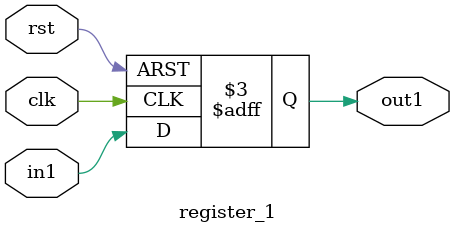
<source format=v>
`timescale 1ps/1ps

module register_1 (rst, clk, in1, out1);

 input clk, rst;

 input in1;

 output out1;

 reg out1;

 always @ (negedge rst or posedge clk) begin

    if(!rst)  out1 <= #1 0;

    else  out1 <= #1 in1;

 end

endmodule

</source>
